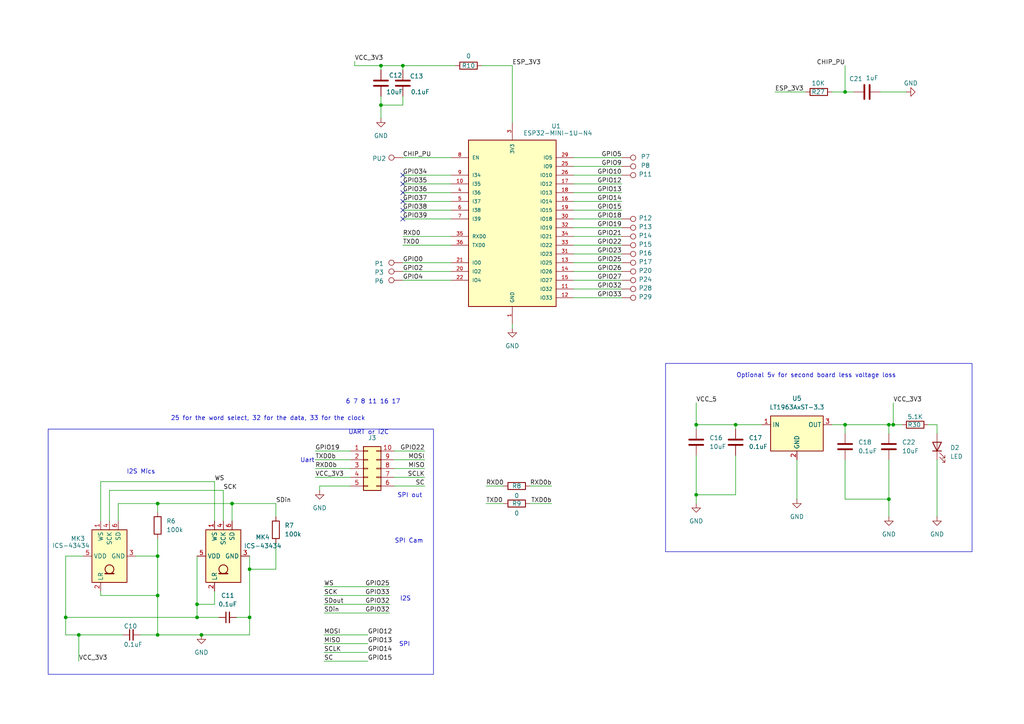
<source format=kicad_sch>
(kicad_sch (version 20231120) (generator "eeschema") (generator_version "8.0")
  (paper "A4")
  (lib_symbols
    (symbol "Connector:TestPoint" (pin_numbers hide) (pin_names (offset 0.762) hide)
      (property "Reference" "TP" (at 0 6.858 0))
      (property "Value" "TestPoint" (at 0 5.08 0))
      (symbol "TestPoint_0_1"
        (circle (center 0 3.302) (radius 0.762))
      )
      (symbol "TestPoint_1_1"
        (pin passive line (at 0 0 90) (length 2.54) (name "1") (number "1"))
      )
    )
    (symbol "Connector_Generic:Conn_02x05_Counter_Clockwise" (pin_names (offset 1.016) hide)
      (property "Reference" "J" (at 1.27 7.62 0))
      (property "Value" "Conn_02x05_Counter_Clockwise" (at 1.27 -7.62 0))
      (symbol "Conn_02x05_Counter_Clockwise_1_1"
        (rectangle (start -1.27 -4.953) (end 0 -5.207) (stroke (width 0.1524)))
        (rectangle (start -1.27 -2.413) (end 0 -2.667) (stroke (width 0.1524)))
        (rectangle (start -1.27 0.127) (end 0 -0.127) (stroke (width 0.1524)))
        (rectangle (start -1.27 2.667) (end 0 2.413) (stroke (width 0.1524)))
        (rectangle (start -1.27 5.207) (end 0 4.953) (stroke (width 0.1524)))
        (rectangle (start -1.27 6.35) (end 3.81 -6.35) (stroke (width 0.254)) (fill (type background)))
        (rectangle (start 3.81 -4.953) (end 2.54 -5.207) (stroke (width 0.1524)))
        (rectangle (start 3.81 -2.413) (end 2.54 -2.667) (stroke (width 0.1524)))
        (rectangle (start 3.81 0.127) (end 2.54 -0.127) (stroke (width 0.1524)))
        (rectangle (start 3.81 2.667) (end 2.54 2.413) (stroke (width 0.1524)))
        (rectangle (start 3.81 5.207) (end 2.54 4.953) (stroke (width 0.1524)))
        (pin passive line (at -5.08 5.08 0) (length 3.81) (name "Pin_1") (number "1"))
        (pin passive line (at 7.62 5.08 180) (length 3.81) (name "Pin_10") (number "10"))
        (pin passive line (at -5.08 2.54 0) (length 3.81) (name "Pin_2") (number "2"))
        (pin passive line (at -5.08 0 0) (length 3.81) (name "Pin_3") (number "3"))
        (pin passive line (at -5.08 -2.54 0) (length 3.81) (name "Pin_4") (number "4"))
        (pin passive line (at -5.08 -5.08 0) (length 3.81) (name "Pin_5") (number "5"))
        (pin passive line (at 7.62 -5.08 180) (length 3.81) (name "Pin_6") (number "6"))
        (pin passive line (at 7.62 -2.54 180) (length 3.81) (name "Pin_7") (number "7"))
        (pin passive line (at 7.62 0 180) (length 3.81) (name "Pin_8") (number "8"))
        (pin passive line (at 7.62 2.54 180) (length 3.81) (name "Pin_9") (number "9"))
      )
    )
    (symbol "Device:C" (pin_numbers hide) (pin_names (offset 0.254))
      (property "Reference" "C" (at 0.635 2.54 0))
      (property "Value" "C" (at 0.635 -2.54 0))
      (symbol "C_0_1"
        (polyline (pts (xy -2.032 -0.762) (xy 2.032 -0.762)) (stroke (width 0.508)))
        (polyline (pts (xy -2.032 0.762) (xy 2.032 0.762)) (stroke (width 0.508)))
      )
      (symbol "C_1_1"
        (pin passive line (at 0 3.81 270) (length 2.794) (name "~") (number "1"))
        (pin passive line (at 0 -3.81 90) (length 2.794) (name "~") (number "2"))
      )
    )
    (symbol "Device:C_Small" (pin_numbers hide) (pin_names (offset 0.254) hide)
      (property "Reference" "C" (at 0.254 1.778 0))
      (property "Value" "C_Small" (at 0.254 -2.032 0))
      (symbol "C_Small_0_1"
        (polyline (pts (xy -1.524 -0.508) (xy 1.524 -0.508)) (stroke (width 0.3302)))
        (polyline (pts (xy -1.524 0.508) (xy 1.524 0.508)) (stroke (width 0.3048)))
      )
      (symbol "C_Small_1_1"
        (pin passive line (at 0 2.54 270) (length 2.032) (name "~") (number "1"))
        (pin passive line (at 0 -2.54 90) (length 2.032) (name "~") (number "2"))
      )
    )
    (symbol "Device:LED" (pin_numbers hide) (pin_names (offset 1.016) hide)
      (property "Reference" "D" (at 0 2.54 0))
      (property "Value" "LED" (at 0 -2.54 0))
      (symbol "LED_0_1"
        (polyline (pts (xy -1.27 -1.27) (xy -1.27 1.27)) (stroke (width 0.254)))
        (polyline (pts (xy -1.27 0) (xy 1.27 0)))
        (polyline (pts (xy 1.27 -1.27) (xy 1.27 1.27) (xy -1.27 0) (xy 1.27 -1.27)) (stroke (width 0.254)))
        (polyline (pts (xy -3.048 -0.762) (xy -4.572 -2.286) (xy -3.81 -2.286) (xy -4.572 -2.286) (xy -4.572 -1.524)))
        (polyline (pts (xy -1.778 -0.762) (xy -3.302 -2.286) (xy -2.54 -2.286) (xy -3.302 -2.286) (xy -3.302 -1.524)))
      )
      (symbol "LED_1_1"
        (pin passive line (at -3.81 0 0) (length 2.54) (name "K") (number "1"))
        (pin passive line (at 3.81 0 180) (length 2.54) (name "A") (number "2"))
      )
    )
    (symbol "Device:R" (pin_numbers hide) (pin_names (offset 0))
      (property "Reference" "R" (at 2.032 0 90))
      (property "Value" "R" (at 0 0 90))
      (symbol "R_0_1"
        (rectangle (start -1.016 -2.54) (end 1.016 2.54) (stroke (width 0.254)))
      )
      (symbol "R_1_1"
        (pin passive line (at 0 3.81 270) (length 1.27) (name "~") (number "1"))
        (pin passive line (at 0 -3.81 90) (length 1.27) (name "~") (number "2"))
      )
    )
    (symbol "ESP32-MINI-1U-N4:ESP32-MINI-1U-N4" (pin_names (offset 1.016))
      (property "Reference" "U" (at -12.7 28.702 0))
      (property "Value" "ESP32-MINI-1U-N4" (at 2.794 25.908 0))
      (symbol "ESP32-MINI-1U-N4_0_0"
        (rectangle (start -12.7 25.4) (end 12.7 -22.86) (stroke (width 0.254)) (fill (type background)))
        (pin input line (at -17.78 12.7 0) (length 5.08) (name "I35") (number "10"))
        (pin bidirectional line (at 17.78 -17.78 180) (length 5.08) (name "IO32") (number "11"))
        (pin bidirectional line (at 17.78 -20.32 180) (length 5.08) (name "IO33") (number "12"))
        (pin bidirectional line (at 17.78 -10.16 180) (length 5.08) (name "IO25") (number "13"))
        (pin bidirectional line (at 17.78 -12.7 180) (length 5.08) (name "IO26") (number "14"))
        (pin bidirectional line (at 17.78 -15.24 180) (length 5.08) (name "IO27") (number "15"))
        (pin bidirectional line (at 17.78 7.62 180) (length 5.08) (name "IO14") (number "16"))
        (pin bidirectional line (at 17.78 12.7 180) (length 5.08) (name "IO12") (number "17"))
        (pin bidirectional line (at 17.78 10.16 180) (length 5.08) (name "IO13") (number "18"))
        (pin bidirectional line (at 17.78 5.08 180) (length 5.08) (name "IO15") (number "19"))
        (pin bidirectional line (at -17.78 -12.7 0) (length 5.08) (name "IO2") (number "20"))
        (pin bidirectional line (at -17.78 -10.16 0) (length 5.08) (name "IO0") (number "21"))
        (pin bidirectional line (at -17.78 -15.24 0) (length 5.08) (name "IO4") (number "22"))
        (pin bidirectional line (at 17.78 17.78 180) (length 5.08) (name "IO9") (number "25"))
        (pin bidirectional line (at 17.78 15.24 180) (length 5.08) (name "IO10") (number "26"))
        (pin bidirectional line (at 17.78 20.32 180) (length 5.08) (name "IO5") (number "29"))
        (pin power_in line (at 0 30.48 270) (length 5.08) (name "3V3") (number "3"))
        (pin bidirectional line (at 17.78 2.54 180) (length 5.08) (name "IO18") (number "30"))
        (pin bidirectional line (at 17.78 -7.62 180) (length 5.08) (name "IO23") (number "31"))
        (pin bidirectional line (at 17.78 0 180) (length 5.08) (name "IO19") (number "32"))
        (pin bidirectional line (at 17.78 -5.08 180) (length 5.08) (name "IO22") (number "33"))
        (pin bidirectional line (at 17.78 -2.54 180) (length 5.08) (name "IO21") (number "34"))
        (pin bidirectional line (at -17.78 -2.54 0) (length 5.08) (name "RXD0") (number "35"))
        (pin bidirectional line (at -17.78 -5.08 0) (length 5.08) (name "TXD0") (number "36"))
        (pin input line (at -17.78 10.16 0) (length 5.08) (name "I36") (number "4"))
        (pin input line (at -17.78 7.62 0) (length 5.08) (name "I37") (number "5"))
        (pin input line (at -17.78 5.08 0) (length 5.08) (name "I38") (number "6"))
        (pin input line (at -17.78 2.54 0) (length 5.08) (name "I39") (number "7"))
        (pin input line (at -17.78 20.32 0) (length 5.08) (name "EN") (number "8"))
        (pin input line (at -17.78 15.24 0) (length 5.08) (name "I34") (number "9"))
      )
      (symbol "ESP32-MINI-1U-N4_1_0"
        (pin power_in line (at 0 -27.94 90) (length 5.08) (name "GND") (number "1"))
        (pin power_in line (at 0 -27.94 90) (length 5.08) hide (name "GND") (number "2"))
        (pin no_connect line (at -17.78 -20.32 0) (length 5.08) hide (name "NC") (number "23"))
        (pin no_connect line (at -17.78 -20.32 0) (length 5.08) hide (name "NC__1") (number "24"))
        (pin power_in line (at 0 -27.94 90) (length 5.08) hide (name "GND") (number "27"))
        (pin no_connect line (at -17.78 -20.32 0) (length 5.08) hide (name "NC__2") (number "28"))
        (pin no_connect line (at -17.78 -20.32 0) (length 5.08) hide (name "NC__3") (number "37"))
        (pin power_in line (at 0 -27.94 90) (length 5.08) hide (name "GND") (number "38"))
        (pin power_in line (at 0 -27.94 90) (length 5.08) hide (name "GND") (number "39"))
        (pin power_in line (at 0 -27.94 90) (length 5.08) hide (name "GND") (number "40"))
        (pin power_in line (at 0 -27.94 90) (length 5.08) hide (name "GND") (number "41"))
        (pin power_in line (at 0 -27.94 90) (length 5.08) hide (name "GND") (number "42"))
        (pin power_in line (at 0 -27.94 90) (length 5.08) hide (name "GND") (number "43"))
        (pin power_in line (at 0 -27.94 90) (length 5.08) hide (name "GND") (number "44"))
        (pin power_in line (at 0 -27.94 90) (length 5.08) hide (name "GND") (number "45"))
        (pin power_in line (at 0 -27.94 90) (length 5.08) hide (name "GND") (number "46"))
        (pin power_in line (at 0 -27.94 90) (length 5.08) hide (name "GND") (number "47"))
        (pin power_in line (at 0 -27.94 90) (length 5.08) hide (name "GND") (number "48"))
        (pin power_in line (at 0 -27.94 90) (length 5.08) hide (name "GND") (number "49"))
        (pin power_in line (at 0 -27.94 90) (length 5.08) hide (name "GND") (number "50"))
        (pin power_in line (at 0 -27.94 90) (length 5.08) hide (name "GND") (number "51"))
        (pin power_in line (at 0 -27.94 90) (length 5.08) hide (name "GND") (number "52"))
        (pin power_in line (at 0 -27.94 90) (length 5.08) hide (name "GND") (number "53"))
        (pin power_in line (at 0 -27.94 90) (length 5.08) hide (name "GND") (number "54"))
        (pin power_in line (at 0 -27.94 90) (length 5.08) hide (name "GND") (number "55"))
        (pin power_in line (at 0 -27.94 90) (length 5.08) hide (name "GND") (number "56"))
        (pin power_in line (at 0 -27.94 90) (length 5.08) hide (name "GND") (number "57"))
        (pin power_in line (at 0 -27.94 90) (length 5.08) hide (name "GND") (number "58"))
        (pin power_in line (at 0 -27.94 90) (length 5.08) hide (name "GND") (number "59"))
        (pin power_in line (at 0 -27.94 90) (length 5.08) hide (name "GND") (number "60"))
        (pin power_in line (at 0 -27.94 90) (length 5.08) hide (name "GND") (number "61"))
        (pin power_in line (at 0 -27.94 90) (length 5.08) hide (name "GND") (number "62"))
      )
    )
    (symbol "Regulator_Linear:LT1963AxST-3.3"
      (property "Reference" "U2" (at 0 10.16 0))
      (property "Value" "LT1963AxST-3.3" (at 0 7.62 0))
      (symbol "LT1963AxST-3.3_0_1"
        (rectangle (start -7.62 5.08) (end 7.62 -5.08) (stroke (width 0.254)) (fill (type background)))
      )
      (symbol "LT1963AxST-3.3_1_1"
        (pin power_in line (at -10.16 2.54 0) (length 2.54) (name "IN") (number "1"))
        (pin power_in line (at 0 -7.62 90) (length 2.54) (name "GND") (number "2"))
        (pin power_out line (at 10.16 2.54 180) (length 2.54) (name "OUT") (number "3"))
        (pin power_in line (at 0 -7.62 90) (length 2.54) hide (name "GND") (number "4"))
      )
    )
    (symbol "Sensor_Audio:ICS-43434"
      (property "Reference" "MK" (at -7.62 6.35 0))
      (property "Value" "ICS-43434" (at 1.27 6.35 0))
      (symbol "ICS-43434_1_1"
        (rectangle (start -7.62 5.08) (end 7.62 -5.08) (stroke (width 0.254)) (fill (type background)))
        (circle (center -3.81 0) (radius 1.27) (stroke (width 0.254)))
        (polyline (pts (xy -5.08 1.27) (xy -5.08 -1.27)) (stroke (width 0.381)))
        (pin input line (at 10.16 2.54 180) (length 2.54) (name "WS") (number "1"))
        (pin input line (at -10.16 2.54 0) (length 2.54) (name "LR") (number "2"))
        (pin power_in line (at 0 -7.62 90) (length 2.54) (name "GND") (number "3"))
        (pin input line (at 10.16 0 180) (length 2.54) (name "SCK") (number "4"))
        (pin power_in line (at 0 7.62 270) (length 2.54) (name "VDD") (number "5"))
        (pin output line (at 10.16 -2.54 180) (length 2.54) (name "SD") (number "6"))
      )
    )
    (symbol "power:GND" (power) (pin_numbers hide) (pin_names (offset 0) hide)
      (property "Value" "GND" (at 0 -3.81 0))
      (symbol "GND_0_1"
        (polyline (pts (xy 0 0) (xy 0 -1.27) (xy 1.27 -1.27) (xy 0 -2.54) (xy -1.27 -1.27) (xy 0 -1.27)))
      )
      (symbol "GND_1_1"
        (pin power_in line (at 0 0 270) (length 0) (name "~") (number "1"))
      )
    )
  )
  (junction (at 245.11 123.19))
  (junction (at 116.84 19.05))
  (junction (at 58.42 184.15))
  (junction (at 201.93 143.51))
  (junction (at 22.86 184.15))
  (junction (at 72.39 165.1))
  (junction (at 259.08 123.19))
  (junction (at 257.81 123.19))
  (junction (at 72.39 179.07))
  (junction (at 19.05 179.07))
  (junction (at 110.49 19.05))
  (junction (at 45.72 172.72))
  (junction (at 45.72 146.05))
  (junction (at 201.93 123.19))
  (junction (at 257.81 144.78))
  (junction (at 213.36 123.19))
  (junction (at 67.31 146.05))
  (junction (at 110.49 30.48))
  (junction (at 57.15 179.07))
  (junction (at 45.72 161.29))
  (junction (at 45.72 184.15))
  (junction (at 57.15 175.26))
  (junction (at 245.11 26.67))
  (no_connect (at 116.84 63.5))
  (no_connect (at 116.84 58.42))
  (no_connect (at 116.84 53.34))
  (no_connect (at 116.84 50.8))
  (no_connect (at 116.84 60.96))
  (no_connect (at 116.84 55.88))
  (wire (pts (xy 116.84 78.74) (xy 130.81 78.74)))
  (wire (pts (xy 180.34 58.42) (xy 166.37 58.42)))
  (wire (pts (xy 231.14 133.35) (xy 231.14 144.78)))
  (wire (pts (xy 19.05 184.15) (xy 19.05 179.07)))
  (wire (pts (xy 80.01 146.05) (xy 80.01 149.86)))
  (wire (pts (xy 130.81 58.42) (xy 116.84 58.42)))
  (wire (pts (xy 68.58 179.07) (xy 72.39 179.07)))
  (wire (pts (xy 166.37 86.36) (xy 180.34 86.36)))
  (wire (pts (xy 45.72 146.05) (xy 67.31 146.05)))
  (wire (pts (xy 130.81 60.96) (xy 116.84 60.96)))
  (wire (pts (xy 102.87 17.78) (xy 102.87 19.05)))
  (wire (pts (xy 93.98 170.18) (xy 113.03 170.18)))
  (wire (pts (xy 116.84 81.28) (xy 130.81 81.28)))
  (wire (pts (xy 116.84 19.05) (xy 116.84 20.32)))
  (wire (pts (xy 93.98 189.23) (xy 106.68 189.23)))
  (wire (pts (xy 166.37 71.12) (xy 180.34 71.12)))
  (wire (pts (xy 72.39 165.1) (xy 80.01 165.1)))
  (wire (pts (xy 116.84 45.72) (xy 130.81 45.72)))
  (wire (pts (xy 45.72 146.05) (xy 45.72 148.59)))
  (wire (pts (xy 130.81 55.88) (xy 116.84 55.88)))
  (wire (pts (xy 35.56 184.15) (xy 22.86 184.15)))
  (wire (pts (xy 67.31 146.05) (xy 80.01 146.05)))
  (wire (pts (xy 180.34 53.34) (xy 166.37 53.34)))
  (wire (pts (xy 34.29 151.13) (xy 34.29 146.05)))
  (wire (pts (xy 123.19 138.43) (xy 114.3 138.43)))
  (wire (pts (xy 45.72 156.21) (xy 45.72 161.29)))
  (wire (pts (xy 271.78 133.35) (xy 271.78 149.86)))
  (wire (pts (xy 245.11 26.67) (xy 245.11 19.05)))
  (wire (pts (xy 255.27 26.67) (xy 262.89 26.67)))
  (wire (pts (xy 39.37 161.29) (xy 45.72 161.29)))
  (wire (pts (xy 57.15 175.26) (xy 57.15 161.29)))
  (wire (pts (xy 201.93 124.46) (xy 201.93 123.19)))
  (wire (pts (xy 110.49 27.94) (xy 110.49 30.48)))
  (wire (pts (xy 201.93 132.08) (xy 201.93 143.51)))
  (wire (pts (xy 140.97 146.05) (xy 146.05 146.05)))
  (wire (pts (xy 271.78 123.19) (xy 271.78 125.73)))
  (wire (pts (xy 213.36 124.46) (xy 213.36 123.19)))
  (wire (pts (xy 116.84 30.48) (xy 110.49 30.48)))
  (wire (pts (xy 57.15 179.07) (xy 57.15 175.26)))
  (wire (pts (xy 166.37 66.04) (xy 180.34 66.04)))
  (wire (pts (xy 29.21 172.72) (xy 45.72 172.72)))
  (wire (pts (xy 45.72 172.72) (xy 45.72 184.15)))
  (wire (pts (xy 180.34 60.96) (xy 166.37 60.96)))
  (wire (pts (xy 180.34 50.8) (xy 166.37 50.8)))
  (wire (pts (xy 140.97 140.97) (xy 146.05 140.97)))
  (wire (pts (xy 245.11 26.67) (xy 247.65 26.67)))
  (wire (pts (xy 72.39 165.1) (xy 72.39 161.29)))
  (wire (pts (xy 64.77 142.24) (xy 64.77 151.13)))
  (wire (pts (xy 213.36 132.08) (xy 213.36 143.51)))
  (wire (pts (xy 91.44 135.89) (xy 101.6 135.89)))
  (wire (pts (xy 259.08 123.19) (xy 261.62 123.19)))
  (wire (pts (xy 110.49 19.05) (xy 110.49 20.32)))
  (wire (pts (xy 166.37 83.82) (xy 180.34 83.82)))
  (wire (pts (xy 67.31 146.05) (xy 67.31 151.13)))
  (wire (pts (xy 19.05 161.29) (xy 19.05 179.07)))
  (wire (pts (xy 257.81 123.19) (xy 259.08 123.19)))
  (wire (pts (xy 166.37 68.58) (xy 180.34 68.58)))
  (wire (pts (xy 110.49 19.05) (xy 116.84 19.05)))
  (wire (pts (xy 166.37 78.74) (xy 180.34 78.74)))
  (wire (pts (xy 93.98 172.72) (xy 113.03 172.72)))
  (wire (pts (xy 130.81 63.5) (xy 116.84 63.5)))
  (wire (pts (xy 245.11 123.19) (xy 245.11 125.73)))
  (wire (pts (xy 24.13 161.29) (xy 19.05 161.29)))
  (wire (pts (xy 101.6 140.97) (xy 92.71 140.97)))
  (wire (pts (xy 45.72 184.15) (xy 58.42 184.15)))
  (wire (pts (xy 166.37 81.28) (xy 180.34 81.28)))
  (wire (pts (xy 22.86 184.15) (xy 19.05 184.15)))
  (wire (pts (xy 241.3 26.67) (xy 245.11 26.67)))
  (wire (pts (xy 93.98 191.77) (xy 106.68 191.77)))
  (wire (pts (xy 62.23 151.13) (xy 62.23 139.7)))
  (wire (pts (xy 93.98 175.26) (xy 113.03 175.26)))
  (wire (pts (xy 213.36 123.19) (xy 220.98 123.19)))
  (wire (pts (xy 58.42 184.15) (xy 72.39 184.15)))
  (wire (pts (xy 130.81 71.12) (xy 116.84 71.12)))
  (wire (pts (xy 29.21 139.7) (xy 29.21 151.13)))
  (wire (pts (xy 40.64 184.15) (xy 45.72 184.15)))
  (wire (pts (xy 31.75 142.24) (xy 31.75 151.13)))
  (wire (pts (xy 114.3 133.35) (xy 123.19 133.35)))
  (wire (pts (xy 130.81 53.34) (xy 116.84 53.34)))
  (wire (pts (xy 62.23 139.7) (xy 29.21 139.7)))
  (wire (pts (xy 180.34 48.26) (xy 166.37 48.26)))
  (wire (pts (xy 257.81 123.19) (xy 257.81 125.73)))
  (wire (pts (xy 57.15 175.26) (xy 62.23 175.26)))
  (wire (pts (xy 123.19 135.89) (xy 114.3 135.89)))
  (wire (pts (xy 72.39 179.07) (xy 72.39 165.1)))
  (wire (pts (xy 148.59 35.56) (xy 148.59 19.05)))
  (wire (pts (xy 180.34 55.88) (xy 166.37 55.88)))
  (wire (pts (xy 93.98 186.69) (xy 106.68 186.69)))
  (wire (pts (xy 93.98 184.15) (xy 106.68 184.15)))
  (wire (pts (xy 116.84 76.2) (xy 130.81 76.2)))
  (wire (pts (xy 19.05 179.07) (xy 57.15 179.07)))
  (wire (pts (xy 224.79 26.67) (xy 233.68 26.67)))
  (wire (pts (xy 114.3 130.81) (xy 123.19 130.81)))
  (wire (pts (xy 62.23 171.45) (xy 62.23 175.26)))
  (wire (pts (xy 34.29 146.05) (xy 45.72 146.05)))
  (wire (pts (xy 166.37 76.2) (xy 180.34 76.2)))
  (wire (pts (xy 80.01 157.48) (xy 80.01 165.1)))
  (wire (pts (xy 241.3 123.19) (xy 245.11 123.19)))
  (wire (pts (xy 130.81 68.58) (xy 116.84 68.58)))
  (wire (pts (xy 116.84 27.94) (xy 116.84 30.48)))
  (wire (pts (xy 72.39 184.15) (xy 72.39 179.07)))
  (wire (pts (xy 245.11 123.19) (xy 257.81 123.19)))
  (wire (pts (xy 148.59 19.05) (xy 139.7 19.05)))
  (wire (pts (xy 166.37 73.66) (xy 180.34 73.66)))
  (wire (pts (xy 257.81 133.35) (xy 257.81 144.78)))
  (wire (pts (xy 123.19 140.97) (xy 114.3 140.97)))
  (wire (pts (xy 201.93 116.84) (xy 201.93 123.19)))
  (wire (pts (xy 148.59 93.98) (xy 148.59 95.25)))
  (wire (pts (xy 213.36 143.51) (xy 201.93 143.51)))
  (wire (pts (xy 180.34 45.72) (xy 166.37 45.72)))
  (wire (pts (xy 130.81 50.8) (xy 116.84 50.8)))
  (wire (pts (xy 201.93 123.19) (xy 213.36 123.19)))
  (wire (pts (xy 31.75 142.24) (xy 64.77 142.24)))
  (wire (pts (xy 29.21 172.72) (xy 29.21 171.45)))
  (wire (pts (xy 259.08 116.84) (xy 259.08 123.19)))
  (wire (pts (xy 45.72 161.29) (xy 45.72 172.72)))
  (wire (pts (xy 201.93 143.51) (xy 201.93 146.05)))
  (wire (pts (xy 22.86 191.77) (xy 22.86 184.15)))
  (wire (pts (xy 93.98 177.8) (xy 113.03 177.8)))
  (wire (pts (xy 153.67 140.97) (xy 160.02 140.97)))
  (wire (pts (xy 257.81 144.78) (xy 257.81 149.86)))
  (wire (pts (xy 92.71 140.97) (xy 92.71 142.24)))
  (wire (pts (xy 245.11 133.35) (xy 245.11 144.78)))
  (wire (pts (xy 116.84 19.05) (xy 132.08 19.05)))
  (wire (pts (xy 57.15 179.07) (xy 63.5 179.07)))
  (wire (pts (xy 91.44 133.35) (xy 101.6 133.35)))
  (wire (pts (xy 180.34 63.5) (xy 166.37 63.5)))
  (wire (pts (xy 101.6 130.81) (xy 91.44 130.81)))
  (wire (pts (xy 102.87 19.05) (xy 110.49 19.05)))
  (wire (pts (xy 91.44 138.43) (xy 101.6 138.43)))
  (wire (pts (xy 245.11 144.78) (xy 257.81 144.78)))
  (wire (pts (xy 110.49 30.48) (xy 110.49 34.29)))
  (wire (pts (xy 269.24 123.19) (xy 271.78 123.19)))
  (wire (pts (xy 153.67 146.05) (xy 160.02 146.05)))
  (rectangle (start 13.97 124.46) (end 125.73 195.58))
  (rectangle (start 193.04 105.41) (end 281.94 160.02))
  (text "Uart\n" (at 89.154 133.604 0) (effects (font (size 1.27 1.27))))
  (text "SPI out\n" (at 118.872 143.764 0) (effects (font (size 1.27 1.27))))
  (text "SPI Cam\n" (at 118.618 156.972 0) (effects (font (size 1.27 1.27))))
  (text "UART or I2C\n" (at 106.934 125.476 0) (effects (font (size 1.27 1.27))))
  (text "Optional 5v for second board less voltage loss\n" (at 236.728 108.966 0) (effects (font (size 1.27 1.27))))
  (text "I2S Mics" (at 40.894 136.906 0) (effects (font (size 1.27 1.27))))
  (text "25 for the word select, 32 for the data, 33 for the clock" (at 77.724 121.412 0) (effects (font (size 1.27 1.27))))
  (text "SPI\n" (at 117.348 186.944 0) (effects (font (size 1.27 1.27))))
  (text "I2S" (at 117.602 173.736 0) (effects (font (size 1.27 1.27))))
  (text "6 7 8 11 16 17" (at 108.204 116.586 0) (effects (font (size 1.27 1.27))))
  (label "GPIO33" (at 113.03 172.72 180))
  (label "GPIO13" (at 106.68 186.69 0))
  (label "ESP_3V3" (at 224.79 26.67 0))
  (label "GPIO14" (at 180.34 58.42 180))
  (label "MOSI" (at 123.19 133.35 180))
  (label "GPIO32" (at 180.34 83.82 180))
  (label "WS" (at 93.98 170.18 0))
  (label "RXD0" (at 140.97 140.97 0))
  (label "SCLK" (at 123.19 138.43 180))
  (label "SDin" (at 80.01 146.05 0))
  (label "GPIO19" (at 180.34 66.04 180))
  (label "GPIO34" (at 116.84 50.8 0))
  (label "GPIO5" (at 180.34 45.72 180))
  (label "RXD0b" (at 91.44 135.89 0))
  (label "GPIO0" (at 116.84 76.2 0) (property "Netclass" "GPIO0" (effects (hide yes))))
  (label "GPIO35" (at 116.84 53.34 0))
  (label "GPIO21" (at 180.34 68.58 180))
  (label "MISO" (at 123.19 135.89 180))
  (label "MOSI" (at 93.98 184.15 0))
  (label "WS" (at 62.23 139.7 0))
  (label "TXD0b" (at 91.44 133.35 0))
  (label "VCC_3V3" (at 22.86 191.77 0))
  (label "GPIO12" (at 180.34 53.34 180))
  (label "CHIP_PU" (at 245.11 19.05 180))
  (label "GPIO12" (at 106.68 184.15 0))
  (label "TXD0b" (at 160.02 146.05 180))
  (label "GPIO15" (at 106.68 191.77 0))
  (label "GPIO18" (at 180.34 63.5 180))
  (label "SCK" (at 93.98 172.72 0))
  (label "SC" (at 93.98 191.77 0))
  (label "ESP_3V3" (at 148.59 19.05 0))
  (label "GPIO32" (at 113.03 175.26 180))
  (label "GPIO14" (at 106.68 189.23 0))
  (label "VCC_3V3" (at 91.44 138.43 0))
  (label "GPIO22" (at 180.34 71.12 180))
  (label "GPIO15" (at 180.34 60.96 180))
  (label "GPIO22" (at 123.19 130.81 180))
  (label "GPIO2" (at 116.84 78.74 0))
  (label "GPIO13" (at 180.34 55.88 180))
  (label "GPIO36" (at 116.84 55.88 0))
  (label "GPIO19" (at 91.44 130.81 0))
  (label "TXD0" (at 140.97 146.05 0))
  (label "GPIO32" (at 113.03 177.8 180))
  (label "GPIO37" (at 116.84 58.42 0))
  (label "SCK" (at 64.77 142.24 0))
  (label "SDout" (at 93.98 175.26 0))
  (label "GPIO10" (at 180.34 50.8 180))
  (label "MISO" (at 93.98 186.69 0))
  (label "TXD0" (at 116.84 71.12 0))
  (label "GPIO33" (at 180.34 86.36 180))
  (label "VCC_3V3" (at 259.08 116.84 0))
  (label "GPIO23" (at 180.34 73.66 180))
  (label "GPIO25" (at 113.03 170.18 180))
  (label "GPIO25" (at 180.34 76.2 180))
  (label "VCC_3V3" (at 102.87 17.78 0))
  (label "RXD0b" (at 160.02 140.97 180))
  (label "SDin" (at 93.98 177.8 0))
  (label "SCLK" (at 93.98 189.23 0))
  (label "RXD0" (at 116.84 68.58 0))
  (label "GPIO4" (at 116.84 81.28 0))
  (label "CHIP_PU" (at 116.84 45.72 0))
  (label "GPIO38" (at 116.84 60.96 0))
  (label "GPIO26" (at 180.34 78.74 180))
  (label "GPIO39" (at 116.84 63.5 0))
  (label "VCC_5" (at 201.93 116.84 0))
  (label "SC" (at 123.19 140.97 180))
  (label "GPIO9" (at 180.34 48.26 180))
  (label "GPIO27" (at 180.34 81.28 180))
  (symbol (lib_id "Connector_Generic:Conn_02x05_Counter_Clockwise") (at 106.68 135.89 0) (unit 1)
    (property "Reference" "J3" (at 107.95 127 0))
    (property "Value" "Conn_02x04_Counter_Clockwise" (effects (hide yes)))
    (property "Footprint" "Connector_PinSocket_2.00mm:PinSocket_2x05_P2.00mm_Vertical" (effects (hide yes)))
    (property "Description" "Generic connector, double row, 02x05, counter clockwise pin numbering scheme (similar to DIP package numbering), script generated (kicad-library-utils/schlib/autogen/connector/)" (effects (hide yes)))
  )
  (symbol (lib_id "Connector:TestPoint") (at 116.84 78.74 90) (unit 1)
    (property "Reference" "P3" (at 109.982 78.994 90))
    (property "Value" "TestPoint" (effects (hide yes)))
    (property "Footprint" "TestPoint:TestPoint_Pad_1.0x1.0mm" (effects (hide yes)))
    (property "Description" "test point" (effects (hide yes)))
  )
  (symbol (lib_id "Connector:TestPoint") (at 116.84 45.72 90) (unit 1)
    (property "Reference" "PU2" (at 109.982 45.974 90))
    (property "Value" "TestPoint" (effects (hide yes)))
    (property "Footprint" "TestPoint:TestPoint_Pad_1.0x1.0mm" (effects (hide yes)))
    (property "Description" "test point" (effects (hide yes)))
  )
  (symbol (lib_id "Connector:TestPoint") (at 180.34 73.66 270) (unit 1)
    (property "Reference" "P16" (at 187.198 73.406 90))
    (property "Value" "TestPoint" (effects (hide yes)))
    (property "Footprint" "TestPoint:TestPoint_Pad_1.0x1.0mm" (effects (hide yes)))
    (property "Description" "test point" (effects (hide yes)))
  )
  (symbol (lib_id "Device:R") (at 149.86 140.97 90) (unit 1)
    (property "Reference" "R8" (at 149.86 140.97 90))
    (property "Value" "0" (at 149.86 143.764 90))
    (property "Footprint" "Jumper:SolderJumper-2_P1.3mm_Bridged_RoundedPad1.0x1.5mm" (effects (hide yes)))
    (property "Description" "Resistor" (effects (hide yes)))
  )
  (symbol (lib_id "power:GND") (at 92.71 142.24 0) (unit 1)
    (property "Reference" "#PWR011" (effects (hide yes)))
    (property "Value" "GND" (at 92.71 147.32 0))
    (property "Description" "Power symbol creates a global label with name \"GND\" , ground" (effects (hide yes)))
  )
  (symbol (lib_id "Device:C") (at 251.46 26.67 90) (unit 1)
    (property "Reference" "C21" (at 250.1899 22.86 90) (effects (justify left)))
    (property "Value" "1uF" (at 254.762 22.606 90) (effects (justify left)))
    (property "Footprint" "Capacitor_SMD:C_0805_2012Metric_Pad1.18x1.45mm_HandSolder" (effects (hide yes)))
    (property "Description" "Unpolarized capacitor" (effects (hide yes)))
  )
  (symbol (lib_id "Device:R") (at 149.86 146.05 90) (unit 1)
    (property "Reference" "R9" (at 149.86 146.05 90))
    (property "Value" "0" (at 149.86 148.844 90))
    (property "Footprint" "Jumper:SolderJumper-2_P1.3mm_Bridged_RoundedPad1.0x1.5mm" (effects (hide yes)))
    (property "Description" "Resistor" (effects (hide yes)))
  )
  (symbol (lib_id "Device:C") (at 201.93 128.27 0) (unit 1)
    (property "Reference" "C16" (at 205.74 126.9999 0) (effects (justify left)))
    (property "Value" "10uF" (at 205.74 129.5399 0) (effects (justify left)))
    (property "Footprint" "Capacitor_SMD:C_0805_2012Metric_Pad1.18x1.45mm_HandSolder" (effects (hide yes)))
    (property "Description" "Unpolarized capacitor" (effects (hide yes)))
  )
  (symbol (lib_id "Connector:TestPoint") (at 180.34 86.36 270) (unit 1)
    (property "Reference" "P29" (at 187.198 86.106 90))
    (property "Value" "TestPoint" (effects (hide yes)))
    (property "Footprint" "TestPoint:TestPoint_Pad_1.0x1.0mm" (effects (hide yes)))
    (property "Description" "test point" (effects (hide yes)))
  )
  (symbol (lib_id "Sensor_Audio:ICS-43434") (at 64.77 161.29 90) (unit 1)
    (property "Reference" "MK4" (at 76.2 155.7938 90))
    (property "Value" "ICS-43434" (at 76.2 158.3338 90))
    (property "Footprint" "Sensor_Audio:InvenSense_ICS-43434-6_3.5x2.65mm" (effects (hide yes)))
    (property "Datasheet" "https://www.invensense.com/wp-content/uploads/2016/02/DS-000069-ICS-43434-v1.2.pdf" (effects (hide yes)))
    (property "Description" "TDK InvenSense MEMS Microphone, 24-bit I2S, 65 dBA SNR, LGA-6" (effects (hide yes)))
  )
  (symbol (lib_id "Sensor_Audio:ICS-43434") (at 31.75 161.29 90) (unit 1)
    (property "Reference" "MK3" (at 22.606 156.21 90))
    (property "Value" "ICS-43434" (at 20.574 158.242 90))
    (property "Footprint" "Sensor_Audio:InvenSense_ICS-43434-6_3.5x2.65mm" (effects (hide yes)))
    (property "Datasheet" "https://www.invensense.com/wp-content/uploads/2016/02/DS-000069-ICS-43434-v1.2.pdf" (effects (hide yes)))
    (property "Description" "TDK InvenSense MEMS Microphone, 24-bit I2S, 65 dBA SNR, LGA-6" (effects (hide yes)))
  )
  (symbol (lib_id "power:GND") (at 201.93 146.05 0) (unit 1)
    (property "Reference" "#PWR018" (effects (hide yes)))
    (property "Value" "GND" (at 201.93 151.13 0))
    (property "Description" "Power symbol creates a global label with name \"GND\" , ground" (effects (hide yes)))
  )
  (symbol (lib_id "Connector:TestPoint") (at 180.34 78.74 270) (unit 1)
    (property "Reference" "P20" (at 187.198 78.486 90))
    (property "Value" "TestPoint" (effects (hide yes)))
    (property "Footprint" "TestPoint:TestPoint_Pad_1.0x1.0mm" (effects (hide yes)))
    (property "Description" "test point" (effects (hide yes)))
  )
  (symbol (lib_id "Device:C") (at 110.49 24.13 0) (unit 1)
    (property "Reference" "C12" (at 112.776 21.844 0) (effects (justify left)))
    (property "Value" "10uF" (at 112.014 26.67 0) (effects (justify left)))
    (property "Footprint" "Capacitor_SMD:C_0805_2012Metric_Pad1.18x1.45mm_HandSolder" (effects (hide yes)))
    (property "Description" "Unpolarized capacitor" (effects (hide yes)))
  )
  (symbol (lib_id "power:GND") (at 231.14 144.78 0) (unit 1)
    (property "Reference" "#PWR025" (effects (hide yes)))
    (property "Value" "GND" (at 231.14 149.86 0))
    (property "Description" "Power symbol creates a global label with name \"GND\" , ground" (effects (hide yes)))
  )
  (symbol (lib_id "Device:R") (at 265.43 123.19 90) (unit 1)
    (property "Reference" "R30" (at 265.176 123.19 90))
    (property "Value" "5.1K" (at 265.43 120.904 90))
    (property "Footprint" "Resistor_SMD:R_0603_1608Metric_Pad0.98x0.95mm_HandSolder" (effects (hide yes)))
    (property "Description" "Resistor" (effects (hide yes)))
  )
  (symbol (lib_id "ESP32-MINI-1U-N4:ESP32-MINI-1U-N4") (at 148.59 66.04 0) (unit 1)
    (property "Reference" "U1" (at 161.29 36.576 0))
    (property "Value" "ESP32-MINI-1U-N4" (at 161.798 38.608 0))
    (property "Footprint" "ESP32_MINI_1U_N4:MODULE_ESP32-MINI-1U-N4" (effects (hide yes)))
    (property "PARTREV" "v1.2" (effects (hide yes)))
    (property "STANDARD" "Manufacturer Recommendations" (effects (hide yes)))
    (property "SNAPEDA_PN" "ESP32-MINI-1U-N4" (effects (hide yes)))
    (property "MAXIMUM_PACKAGE_HEIGHT" "2.55mm" (effects (hide yes)))
    (property "MANUFACTURER" "Espressif Systems" (effects (hide yes)))
  )
  (symbol (lib_id "power:GND") (at 271.78 149.86 0) (unit 1)
    (property "Reference" "#PWR028" (effects (hide yes)))
    (property "Value" "GND" (at 271.78 154.94 0))
    (property "Description" "Power symbol creates a global label with name \"GND\" , ground" (effects (hide yes)))
  )
  (symbol (lib_id "Connector:TestPoint") (at 180.34 71.12 270) (unit 1)
    (property "Reference" "P15" (at 187.198 70.866 90))
    (property "Value" "TestPoint" (effects (hide yes)))
    (property "Footprint" "TestPoint:TestPoint_Pad_1.0x1.0mm" (effects (hide yes)))
    (property "Description" "test point" (effects (hide yes)))
  )
  (symbol (lib_id "Device:C") (at 116.84 24.13 0) (unit 1)
    (property "Reference" "C13" (at 118.872 22.098 0) (effects (justify left)))
    (property "Value" "0.1uF" (at 119.126 26.67 0) (effects (justify left)))
    (property "Footprint" "Capacitor_SMD:C_0805_2012Metric_Pad1.18x1.45mm_HandSolder" (effects (hide yes)))
    (property "Description" "Unpolarized capacitor" (effects (hide yes)))
  )
  (symbol (lib_id "Connector:TestPoint") (at 180.34 45.72 270) (unit 1)
    (property "Reference" "P7" (at 187.198 45.466 90))
    (property "Value" "TestPoint" (effects (hide yes)))
    (property "Footprint" "TestPoint:TestPoint_Pad_1.0x1.0mm" (effects (hide yes)))
    (property "Description" "test point" (effects (hide yes)))
  )
  (symbol (lib_id "Connector:TestPoint") (at 180.34 83.82 270) (unit 1)
    (property "Reference" "P28" (at 187.198 83.566 90))
    (property "Value" "TestPoint" (effects (hide yes)))
    (property "Footprint" "TestPoint:TestPoint_Pad_1.0x1.0mm" (effects (hide yes)))
    (property "Description" "test point" (effects (hide yes)))
  )
  (symbol (lib_id "Device:C") (at 245.11 129.54 0) (unit 1)
    (property "Reference" "C18" (at 248.92 128.2699 0) (effects (justify left)))
    (property "Value" "0.1uF" (at 248.92 130.8099 0) (effects (justify left)))
    (property "Footprint" "Capacitor_SMD:C_0805_2012Metric_Pad1.18x1.45mm_HandSolder" (effects (hide yes)))
    (property "Description" "Unpolarized capacitor" (effects (hide yes)))
  )
  (symbol (lib_id "Device:R") (at 237.49 26.67 270) (unit 1)
    (property "Reference" "R27" (at 239.268 26.67 90) (effects (justify right)))
    (property "Value" "10K" (at 239.268 24.13 90) (effects (justify right)))
    (property "Footprint" "Resistor_SMD:R_0805_2012Metric" (effects (hide yes)))
    (property "Description" "Resistor" (effects (hide yes)))
  )
  (symbol (lib_id "power:GND") (at 110.49 34.29 0) (unit 1)
    (property "Reference" "#PWR013" (effects (hide yes)))
    (property "Value" "GND" (at 110.49 39.37 0))
    (property "Description" "Power symbol creates a global label with name \"GND\" , ground" (effects (hide yes)))
  )
  (symbol (lib_id "Device:C") (at 257.81 129.54 0) (unit 1)
    (property "Reference" "C22" (at 261.62 128.2699 0) (effects (justify left)))
    (property "Value" "10uF" (at 261.62 130.8099 0) (effects (justify left)))
    (property "Footprint" "Capacitor_SMD:C_0805_2012Metric_Pad1.18x1.45mm_HandSolder" (effects (hide yes)))
    (property "Description" "Unpolarized capacitor" (effects (hide yes)))
  )
  (symbol (lib_id "Connector:TestPoint") (at 180.34 63.5 270) (unit 1)
    (property "Reference" "P12" (at 187.198 63.246 90))
    (property "Value" "TestPoint" (effects (hide yes)))
    (property "Footprint" "TestPoint:TestPoint_Pad_1.0x1.0mm" (effects (hide yes)))
    (property "Description" "test point" (effects (hide yes)))
  )
  (symbol (lib_id "Device:C_Small") (at 38.1 184.15 90) (unit 1)
    (property "Reference" "C10" (at 37.846 181.61 90))
    (property "Value" "0.1uF" (at 38.608 186.944 90))
    (property "Footprint" "Capacitor_SMD:C_0805_2012Metric_Pad1.18x1.45mm_HandSolder" (effects (hide yes)))
    (property "Description" "Unpolarized capacitor, small symbol" (effects (hide yes)))
  )
  (symbol (lib_id "power:GND") (at 257.81 149.86 0) (unit 1)
    (property "Reference" "#PWR027" (effects (hide yes)))
    (property "Value" "GND" (at 257.81 154.94 0))
    (property "Description" "Power symbol creates a global label with name \"GND\" , ground" (effects (hide yes)))
  )
  (symbol (lib_id "Connector:TestPoint") (at 180.34 68.58 270) (unit 1)
    (property "Reference" "P14" (at 187.198 68.326 90))
    (property "Value" "TestPoint" (effects (hide yes)))
    (property "Footprint" "TestPoint:TestPoint_Pad_1.0x1.0mm" (effects (hide yes)))
    (property "Description" "test point" (effects (hide yes)))
  )
  (symbol (lib_id "Connector:TestPoint") (at 180.34 48.26 270) (unit 1)
    (property "Reference" "P8" (at 187.198 48.006 90))
    (property "Value" "TestPoint" (effects (hide yes)))
    (property "Footprint" "TestPoint:TestPoint_Pad_1.0x1.0mm" (effects (hide yes)))
    (property "Description" "test point" (effects (hide yes)))
  )
  (symbol (lib_id "Device:R") (at 80.01 153.67 0) (unit 1)
    (property "Reference" "R7" (at 82.55 152.3999 0) (effects (justify left)))
    (property "Value" "100k" (at 82.55 154.9399 0) (effects (justify left)))
    (property "Footprint" "Resistor_SMD:R_0805_2012Metric_Pad1.20x1.40mm_HandSolder" (effects (hide yes)))
    (property "Description" "Resistor" (effects (hide yes)))
  )
  (symbol (lib_id "Device:C") (at 213.36 128.27 0) (unit 1)
    (property "Reference" "C17" (at 217.17 126.9999 0) (effects (justify left)))
    (property "Value" "0.1uF" (at 217.17 129.5399 0) (effects (justify left)))
    (property "Footprint" "Capacitor_SMD:C_0805_2012Metric_Pad1.18x1.45mm_HandSolder" (effects (hide yes)))
    (property "Description" "Unpolarized capacitor" (effects (hide yes)))
  )
  (symbol (lib_id "Connector:TestPoint") (at 180.34 50.8 270) (unit 1)
    (property "Reference" "P11" (at 187.198 50.546 90))
    (property "Value" "TestPoint" (effects (hide yes)))
    (property "Footprint" "TestPoint:TestPoint_Pad_1.0x1.0mm" (effects (hide yes)))
    (property "Description" "test point" (effects (hide yes)))
  )
  (symbol (lib_id "Connector:TestPoint") (at 116.84 81.28 90) (unit 1)
    (property "Reference" "P6" (at 109.982 81.534 90))
    (property "Value" "TestPoint" (effects (hide yes)))
    (property "Footprint" "TestPoint:TestPoint_Pad_1.0x1.0mm" (effects (hide yes)))
    (property "Description" "test point" (effects (hide yes)))
  )
  (symbol (lib_id "power:GND") (at 262.89 26.67 90) (unit 1)
    (property "Reference" "#PWR026" (effects (hide yes)))
    (property "Value" "GND" (at 264.16 24.13 90))
    (property "Description" "Power symbol creates a global label with name \"GND\" , ground" (effects (hide yes)))
  )
  (symbol (lib_id "Device:C_Small") (at 66.04 179.07 90) (unit 1)
    (property "Reference" "C11" (at 66.0463 172.72 90))
    (property "Value" "0.1uF" (at 66.0463 175.26 90))
    (property "Footprint" "Capacitor_SMD:C_0805_2012Metric_Pad1.18x1.45mm_HandSolder" (effects (hide yes)))
    (property "Description" "Unpolarized capacitor, small symbol" (effects (hide yes)))
  )
  (symbol (lib_id "Connector:TestPoint") (at 116.84 76.2 90) (unit 1)
    (property "Reference" "P1" (at 109.982 76.454 90))
    (property "Value" "TestPoint" (effects (hide yes)))
    (property "Footprint" "TestPoint:TestPoint_Pad_1.0x1.0mm" (effects (hide yes)))
    (property "Description" "test point" (effects (hide yes)))
  )
  (symbol (lib_id "Connector:TestPoint") (at 180.34 81.28 270) (unit 1)
    (property "Reference" "P24" (at 187.198 81.026 90))
    (property "Value" "TestPoint" (effects (hide yes)))
    (property "Footprint" "TestPoint:TestPoint_Pad_1.0x1.0mm" (effects (hide yes)))
    (property "Description" "test point" (effects (hide yes)))
  )
  (symbol (lib_id "power:GND") (at 58.42 184.15 0) (unit 1)
    (property "Reference" "#PWR010" (effects (hide yes)))
    (property "Value" "GND" (at 58.42 189.23 0))
    (property "Description" "Power symbol creates a global label with name \"GND\" , ground" (effects (hide yes)))
  )
  (symbol (lib_id "Device:R") (at 45.72 152.4 0) (unit 1)
    (property "Reference" "R6" (at 48.26 151.1299 0) (effects (justify left)))
    (property "Value" "100k" (at 48.26 153.6699 0) (effects (justify left)))
    (property "Footprint" "Resistor_SMD:R_0805_2012Metric_Pad1.20x1.40mm_HandSolder" (effects (hide yes)))
    (property "Description" "Resistor" (effects (hide yes)))
  )
  (symbol (lib_id "Device:R") (at 135.89 19.05 90) (unit 1)
    (property "Reference" "R10" (at 135.89 19.05 90))
    (property "Value" "0" (at 135.89 16.256 90))
    (property "Footprint" "Jumper:SolderJumper-2_P1.3mm_Open_RoundedPad1.0x1.5mm" (effects (hide yes)))
    (property "Description" "Resistor" (effects (hide yes)))
  )
  (symbol (lib_id "Connector:TestPoint") (at 180.34 76.2 270) (unit 1)
    (property "Reference" "P17" (at 187.198 75.946 90))
    (property "Value" "TestPoint" (effects (hide yes)))
    (property "Footprint" "TestPoint:TestPoint_Pad_1.0x1.0mm" (effects (hide yes)))
    (property "Description" "test point" (effects (hide yes)))
  )
  (symbol (lib_id "Connector:TestPoint") (at 180.34 66.04 270) (unit 1)
    (property "Reference" "P13" (at 187.198 65.786 90))
    (property "Value" "TestPoint" (effects (hide yes)))
    (property "Footprint" "TestPoint:TestPoint_Pad_1.0x1.0mm" (effects (hide yes)))
    (property "Description" "test point" (effects (hide yes)))
  )
  (symbol (lib_id "Device:LED") (at 271.78 129.54 90) (unit 1)
    (property "Reference" "D2" (at 275.59 129.8574 90) (effects (justify right)))
    (property "Value" "LED" (at 275.59 132.3974 90) (effects (justify right)))
    (property "Footprint" "LED_SMD:LED_0603_1608Metric_Pad1.05x0.95mm_HandSolder" (effects (hide yes)))
    (property "Description" "Light emitting diode" (effects (hide yes)))
  )
  (symbol (lib_id "power:GND") (at 148.59 95.25 0) (unit 1)
    (property "Reference" "#PWR015" (effects (hide yes)))
    (property "Value" "GND" (at 148.59 100.33 0))
    (property "Description" "Power symbol creates a global label with name \"GND\" , ground" (effects (hide yes)))
  )
  (symbol (lib_id "Regulator_Linear:LT1963AxST-3.3") (at 231.14 125.73 0) (unit 1)
    (property "Reference" "U5" (at 231.14 115.57 0))
    (property "Value" "LT1963AxST-3.3" (at 231.14 118.11 0))
    (property "Footprint" "Package_TO_SOT_SMD:SOT-223-3_TabPin2" (effects (hide yes)))
    (property "Datasheet" "https://www.analog.com/media/en/technical-documentation/data-sheets/1963aff.pdf" (effects (hide yes)))
    (property "Description" "3.3V, 1.5A, Low Noise, Fast Transient Response LDO Regulator, SOT-223" (effects (hide yes)))
  )
)
</source>
